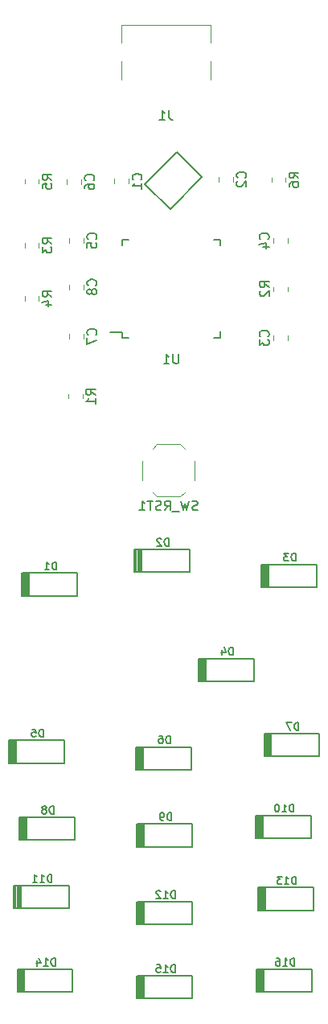
<source format=gbo>
%TF.GenerationSoftware,KiCad,Pcbnew,(5.1.9)-1*%
%TF.CreationDate,2021-01-14T19:29:22+00:00*%
%TF.ProjectId,Nokia_3310_Controller,4e6f6b69-615f-4333-9331-305f436f6e74,rev?*%
%TF.SameCoordinates,Original*%
%TF.FileFunction,Legend,Bot*%
%TF.FilePolarity,Positive*%
%FSLAX46Y46*%
G04 Gerber Fmt 4.6, Leading zero omitted, Abs format (unit mm)*
G04 Created by KiCad (PCBNEW (5.1.9)-1) date 2021-01-14 19:29:22*
%MOMM*%
%LPD*%
G01*
G04 APERTURE LIST*
%ADD10C,0.120000*%
%ADD11C,0.200000*%
%ADD12C,0.150000*%
G04 APERTURE END LIST*
D10*
%TO.C,SW_RST1*%
X154550000Y-101150000D02*
X157050000Y-101150000D01*
X153050000Y-99400000D02*
X153050000Y-97400000D01*
X154550000Y-95650000D02*
X157050000Y-95650000D01*
X158550000Y-99400000D02*
X158550000Y-97400000D01*
X154100000Y-100700000D02*
X154550000Y-101150000D01*
X157500000Y-100700000D02*
X157050000Y-101150000D01*
X157500000Y-96100000D02*
X157050000Y-95650000D01*
X154100000Y-96100000D02*
X154550000Y-95650000D01*
%TO.C,R6*%
X168135000Y-68027064D02*
X168135000Y-67572936D01*
X166665000Y-68027064D02*
X166665000Y-67572936D01*
%TO.C,R5*%
X142135000Y-68227064D02*
X142135000Y-67772936D01*
X140665000Y-68227064D02*
X140665000Y-67772936D01*
%TO.C,C1*%
X150115000Y-68223752D02*
X150115000Y-67701248D01*
X151585000Y-68223752D02*
X151585000Y-67701248D01*
%TO.C,C2*%
X162585000Y-68011252D02*
X162585000Y-67488748D01*
X161115000Y-68011252D02*
X161115000Y-67488748D01*
%TO.C,C3*%
X168335000Y-84201248D02*
X168335000Y-84723752D01*
X166865000Y-84201248D02*
X166865000Y-84723752D01*
%TO.C,C4*%
X166865000Y-73951248D02*
X166865000Y-74473752D01*
X168335000Y-73951248D02*
X168335000Y-74473752D01*
%TO.C,C5*%
X145365000Y-74473752D02*
X145365000Y-73951248D01*
X146835000Y-74473752D02*
X146835000Y-73951248D01*
%TO.C,C6*%
X146585000Y-68298752D02*
X146585000Y-67776248D01*
X145115000Y-68298752D02*
X145115000Y-67776248D01*
%TO.C,C7*%
X145365000Y-84548752D02*
X145365000Y-84026248D01*
X146835000Y-84548752D02*
X146835000Y-84026248D01*
%TO.C,C8*%
X146835000Y-79353751D02*
X146835000Y-78831247D01*
X145365000Y-79353751D02*
X145365000Y-78831247D01*
D11*
%TO.C,D1*%
X141125000Y-111600000D02*
X141125000Y-109200000D01*
X140950000Y-111600000D02*
X140950000Y-109200000D01*
X140775000Y-111600000D02*
X140775000Y-109200000D01*
X140375000Y-109200000D02*
X140375000Y-111600000D01*
X140600000Y-111600000D02*
X140600000Y-109200000D01*
X140475000Y-111600000D02*
X140475000Y-109200000D01*
X140400000Y-111600000D02*
X146200000Y-111600000D01*
X146200000Y-111600000D02*
X146200000Y-109200000D01*
X146200000Y-109200000D02*
X140400000Y-109200000D01*
%TO.C,D2*%
X158000000Y-106700000D02*
X152200000Y-106700000D01*
X158000000Y-109100000D02*
X158000000Y-106700000D01*
X152200000Y-109100000D02*
X158000000Y-109100000D01*
X152275000Y-109100000D02*
X152275000Y-106700000D01*
X152400000Y-109100000D02*
X152400000Y-106700000D01*
X152175000Y-106700000D02*
X152175000Y-109100000D01*
X152575000Y-109100000D02*
X152575000Y-106700000D01*
X152750000Y-109100000D02*
X152750000Y-106700000D01*
X152925000Y-109100000D02*
X152925000Y-106700000D01*
%TO.C,D3*%
X166325000Y-110700000D02*
X166325000Y-108300000D01*
X166150000Y-110700000D02*
X166150000Y-108300000D01*
X165975000Y-110700000D02*
X165975000Y-108300000D01*
X165575000Y-108300000D02*
X165575000Y-110700000D01*
X165800000Y-110700000D02*
X165800000Y-108300000D01*
X165675000Y-110700000D02*
X165675000Y-108300000D01*
X165600000Y-110700000D02*
X171400000Y-110700000D01*
X171400000Y-110700000D02*
X171400000Y-108300000D01*
X171400000Y-108300000D02*
X165600000Y-108300000D01*
%TO.C,D4*%
X164800000Y-118200000D02*
X159000000Y-118200000D01*
X164800000Y-120600000D02*
X164800000Y-118200000D01*
X159000000Y-120600000D02*
X164800000Y-120600000D01*
X159075000Y-120600000D02*
X159075000Y-118200000D01*
X159200000Y-120600000D02*
X159200000Y-118200000D01*
X158975000Y-118200000D02*
X158975000Y-120600000D01*
X159375000Y-120600000D02*
X159375000Y-118200000D01*
X159550000Y-120600000D02*
X159550000Y-118200000D01*
X159725000Y-120600000D02*
X159725000Y-118200000D01*
%TO.C,D5*%
X139725000Y-129200000D02*
X139725000Y-126800000D01*
X139550000Y-129200000D02*
X139550000Y-126800000D01*
X139375000Y-129200000D02*
X139375000Y-126800000D01*
X138975000Y-126800000D02*
X138975000Y-129200000D01*
X139200000Y-129200000D02*
X139200000Y-126800000D01*
X139075000Y-129200000D02*
X139075000Y-126800000D01*
X139000000Y-129200000D02*
X144800000Y-129200000D01*
X144800000Y-129200000D02*
X144800000Y-126800000D01*
X144800000Y-126800000D02*
X139000000Y-126800000D01*
%TO.C,D6*%
X158200000Y-127500000D02*
X152400000Y-127500000D01*
X158200000Y-129900000D02*
X158200000Y-127500000D01*
X152400000Y-129900000D02*
X158200000Y-129900000D01*
X152475000Y-129900000D02*
X152475000Y-127500000D01*
X152600000Y-129900000D02*
X152600000Y-127500000D01*
X152375000Y-127500000D02*
X152375000Y-129900000D01*
X152775000Y-129900000D02*
X152775000Y-127500000D01*
X152950000Y-129900000D02*
X152950000Y-127500000D01*
X153125000Y-129900000D02*
X153125000Y-127500000D01*
%TO.C,D7*%
X166625000Y-128500000D02*
X166625000Y-126100000D01*
X166450000Y-128500000D02*
X166450000Y-126100000D01*
X166275000Y-128500000D02*
X166275000Y-126100000D01*
X165875000Y-126100000D02*
X165875000Y-128500000D01*
X166100000Y-128500000D02*
X166100000Y-126100000D01*
X165975000Y-128500000D02*
X165975000Y-126100000D01*
X165900000Y-128500000D02*
X171700000Y-128500000D01*
X171700000Y-128500000D02*
X171700000Y-126100000D01*
X171700000Y-126100000D02*
X165900000Y-126100000D01*
%TO.C,D8*%
X145900000Y-134900000D02*
X140100000Y-134900000D01*
X145900000Y-137300000D02*
X145900000Y-134900000D01*
X140100000Y-137300000D02*
X145900000Y-137300000D01*
X140175000Y-137300000D02*
X140175000Y-134900000D01*
X140300000Y-137300000D02*
X140300000Y-134900000D01*
X140075000Y-134900000D02*
X140075000Y-137300000D01*
X140475000Y-137300000D02*
X140475000Y-134900000D01*
X140650000Y-137300000D02*
X140650000Y-134900000D01*
X140825000Y-137300000D02*
X140825000Y-134900000D01*
%TO.C,D9*%
X153225000Y-138000000D02*
X153225000Y-135600000D01*
X153050000Y-138000000D02*
X153050000Y-135600000D01*
X152875000Y-138000000D02*
X152875000Y-135600000D01*
X152475000Y-135600000D02*
X152475000Y-138000000D01*
X152700000Y-138000000D02*
X152700000Y-135600000D01*
X152575000Y-138000000D02*
X152575000Y-135600000D01*
X152500000Y-138000000D02*
X158300000Y-138000000D01*
X158300000Y-138000000D02*
X158300000Y-135600000D01*
X158300000Y-135600000D02*
X152500000Y-135600000D01*
%TO.C,D10*%
X170800000Y-134700000D02*
X165000000Y-134700000D01*
X170800000Y-137100000D02*
X170800000Y-134700000D01*
X165000000Y-137100000D02*
X170800000Y-137100000D01*
X165075000Y-137100000D02*
X165075000Y-134700000D01*
X165200000Y-137100000D02*
X165200000Y-134700000D01*
X164975000Y-134700000D02*
X164975000Y-137100000D01*
X165375000Y-137100000D02*
X165375000Y-134700000D01*
X165550000Y-137100000D02*
X165550000Y-134700000D01*
X165725000Y-137100000D02*
X165725000Y-134700000D01*
%TO.C,D11*%
X145300000Y-142100000D02*
X139500000Y-142100000D01*
X145300000Y-144500000D02*
X145300000Y-142100000D01*
X139500000Y-144500000D02*
X145300000Y-144500000D01*
X139575000Y-144500000D02*
X139575000Y-142100000D01*
X139700000Y-144500000D02*
X139700000Y-142100000D01*
X139475000Y-142100000D02*
X139475000Y-144500000D01*
X139875000Y-144500000D02*
X139875000Y-142100000D01*
X140050000Y-144500000D02*
X140050000Y-142100000D01*
X140225000Y-144500000D02*
X140225000Y-142100000D01*
%TO.C,D12*%
X153225000Y-146200000D02*
X153225000Y-143800000D01*
X153050000Y-146200000D02*
X153050000Y-143800000D01*
X152875000Y-146200000D02*
X152875000Y-143800000D01*
X152475000Y-143800000D02*
X152475000Y-146200000D01*
X152700000Y-146200000D02*
X152700000Y-143800000D01*
X152575000Y-146200000D02*
X152575000Y-143800000D01*
X152500000Y-146200000D02*
X158300000Y-146200000D01*
X158300000Y-146200000D02*
X158300000Y-143800000D01*
X158300000Y-143800000D02*
X152500000Y-143800000D01*
%TO.C,D13*%
X171050000Y-142300000D02*
X165250000Y-142300000D01*
X171050000Y-144700000D02*
X171050000Y-142300000D01*
X165250000Y-144700000D02*
X171050000Y-144700000D01*
X165325000Y-144700000D02*
X165325000Y-142300000D01*
X165450000Y-144700000D02*
X165450000Y-142300000D01*
X165225000Y-142300000D02*
X165225000Y-144700000D01*
X165625000Y-144700000D02*
X165625000Y-142300000D01*
X165800000Y-144700000D02*
X165800000Y-142300000D01*
X165975000Y-144700000D02*
X165975000Y-142300000D01*
%TO.C,D14*%
X140625000Y-153300000D02*
X140625000Y-150900000D01*
X140450000Y-153300000D02*
X140450000Y-150900000D01*
X140275000Y-153300000D02*
X140275000Y-150900000D01*
X139875000Y-150900000D02*
X139875000Y-153300000D01*
X140100000Y-153300000D02*
X140100000Y-150900000D01*
X139975000Y-153300000D02*
X139975000Y-150900000D01*
X139900000Y-153300000D02*
X145700000Y-153300000D01*
X145700000Y-153300000D02*
X145700000Y-150900000D01*
X145700000Y-150900000D02*
X139900000Y-150900000D01*
%TO.C,D15*%
X158300000Y-151600000D02*
X152500000Y-151600000D01*
X158300000Y-154000000D02*
X158300000Y-151600000D01*
X152500000Y-154000000D02*
X158300000Y-154000000D01*
X152575000Y-154000000D02*
X152575000Y-151600000D01*
X152700000Y-154000000D02*
X152700000Y-151600000D01*
X152475000Y-151600000D02*
X152475000Y-154000000D01*
X152875000Y-154000000D02*
X152875000Y-151600000D01*
X153050000Y-154000000D02*
X153050000Y-151600000D01*
X153225000Y-154000000D02*
X153225000Y-151600000D01*
%TO.C,D16*%
X165825000Y-153300000D02*
X165825000Y-150900000D01*
X165650000Y-153300000D02*
X165650000Y-150900000D01*
X165475000Y-153300000D02*
X165475000Y-150900000D01*
X165075000Y-150900000D02*
X165075000Y-153300000D01*
X165300000Y-153300000D02*
X165300000Y-150900000D01*
X165175000Y-153300000D02*
X165175000Y-150900000D01*
X165100000Y-153300000D02*
X170900000Y-153300000D01*
X170900000Y-153300000D02*
X170900000Y-150900000D01*
X170900000Y-150900000D02*
X165100000Y-150900000D01*
D10*
%TO.C,R1*%
X145265000Y-90832063D02*
X145265000Y-90377935D01*
X146735000Y-90832063D02*
X146735000Y-90377935D01*
%TO.C,R2*%
X166865000Y-79072936D02*
X166865000Y-79527064D01*
X168335000Y-79072936D02*
X168335000Y-79527064D01*
%TO.C,R3*%
X140665000Y-74927064D02*
X140665000Y-74472936D01*
X142135000Y-74927064D02*
X142135000Y-74472936D01*
%TO.C,R4*%
X140665000Y-80527064D02*
X140665000Y-80072936D01*
X142135000Y-80527064D02*
X142135000Y-80072936D01*
D12*
%TO.C,U1*%
X150925000Y-83850000D02*
X149650000Y-83850000D01*
X161275000Y-84425000D02*
X160600000Y-84425000D01*
X161275000Y-74075000D02*
X160600000Y-74075000D01*
X150925000Y-74075000D02*
X151600000Y-74075000D01*
X150925000Y-84425000D02*
X151600000Y-84425000D01*
X150925000Y-74075000D02*
X150925000Y-74750000D01*
X161275000Y-74075000D02*
X161275000Y-74750000D01*
X161275000Y-84425000D02*
X161275000Y-83750000D01*
X150925000Y-84425000D02*
X150925000Y-83850000D01*
D11*
%TO.C,X1*%
X156665685Y-64901293D02*
X153306928Y-68260050D01*
X159317336Y-67552944D02*
X156665685Y-64901293D01*
X155958579Y-70911701D02*
X159317336Y-67552944D01*
X153306928Y-68260050D02*
X155958579Y-70911701D01*
D10*
%TO.C,J1*%
X150800000Y-51500000D02*
X160200000Y-51500000D01*
X160200000Y-57300000D02*
X160200000Y-55300000D01*
X160200000Y-53400000D02*
X160200000Y-51500000D01*
X150800000Y-57300000D02*
X150800000Y-55300000D01*
X150800000Y-53400000D02*
X150800000Y-51500000D01*
%TO.C,SW_RST1*%
D12*
X158871428Y-102554761D02*
X158728571Y-102602380D01*
X158490476Y-102602380D01*
X158395238Y-102554761D01*
X158347619Y-102507142D01*
X158300000Y-102411904D01*
X158300000Y-102316666D01*
X158347619Y-102221428D01*
X158395238Y-102173809D01*
X158490476Y-102126190D01*
X158680952Y-102078571D01*
X158776190Y-102030952D01*
X158823809Y-101983333D01*
X158871428Y-101888095D01*
X158871428Y-101792857D01*
X158823809Y-101697619D01*
X158776190Y-101650000D01*
X158680952Y-101602380D01*
X158442857Y-101602380D01*
X158300000Y-101650000D01*
X157966666Y-101602380D02*
X157728571Y-102602380D01*
X157538095Y-101888095D01*
X157347619Y-102602380D01*
X157109523Y-101602380D01*
X156966666Y-102697619D02*
X156204761Y-102697619D01*
X155395238Y-102602380D02*
X155728571Y-102126190D01*
X155966666Y-102602380D02*
X155966666Y-101602380D01*
X155585714Y-101602380D01*
X155490476Y-101650000D01*
X155442857Y-101697619D01*
X155395238Y-101792857D01*
X155395238Y-101935714D01*
X155442857Y-102030952D01*
X155490476Y-102078571D01*
X155585714Y-102126190D01*
X155966666Y-102126190D01*
X155014285Y-102554761D02*
X154871428Y-102602380D01*
X154633333Y-102602380D01*
X154538095Y-102554761D01*
X154490476Y-102507142D01*
X154442857Y-102411904D01*
X154442857Y-102316666D01*
X154490476Y-102221428D01*
X154538095Y-102173809D01*
X154633333Y-102126190D01*
X154823809Y-102078571D01*
X154919047Y-102030952D01*
X154966666Y-101983333D01*
X155014285Y-101888095D01*
X155014285Y-101792857D01*
X154966666Y-101697619D01*
X154919047Y-101650000D01*
X154823809Y-101602380D01*
X154585714Y-101602380D01*
X154442857Y-101650000D01*
X154157142Y-101602380D02*
X153585714Y-101602380D01*
X153871428Y-102602380D02*
X153871428Y-101602380D01*
X152728571Y-102602380D02*
X153300000Y-102602380D01*
X153014285Y-102602380D02*
X153014285Y-101602380D01*
X153109523Y-101745238D01*
X153204761Y-101840476D01*
X153300000Y-101888095D01*
%TO.C,R6*%
X169502380Y-67633333D02*
X169026190Y-67300000D01*
X169502380Y-67061904D02*
X168502380Y-67061904D01*
X168502380Y-67442857D01*
X168550000Y-67538095D01*
X168597619Y-67585714D01*
X168692857Y-67633333D01*
X168835714Y-67633333D01*
X168930952Y-67585714D01*
X168978571Y-67538095D01*
X169026190Y-67442857D01*
X169026190Y-67061904D01*
X168502380Y-68490476D02*
X168502380Y-68300000D01*
X168550000Y-68204761D01*
X168597619Y-68157142D01*
X168740476Y-68061904D01*
X168930952Y-68014285D01*
X169311904Y-68014285D01*
X169407142Y-68061904D01*
X169454761Y-68109523D01*
X169502380Y-68204761D01*
X169502380Y-68395238D01*
X169454761Y-68490476D01*
X169407142Y-68538095D01*
X169311904Y-68585714D01*
X169073809Y-68585714D01*
X168978571Y-68538095D01*
X168930952Y-68490476D01*
X168883333Y-68395238D01*
X168883333Y-68204761D01*
X168930952Y-68109523D01*
X168978571Y-68061904D01*
X169073809Y-68014285D01*
%TO.C,R5*%
X143502380Y-67833333D02*
X143026190Y-67500000D01*
X143502380Y-67261904D02*
X142502380Y-67261904D01*
X142502380Y-67642857D01*
X142550000Y-67738095D01*
X142597619Y-67785714D01*
X142692857Y-67833333D01*
X142835714Y-67833333D01*
X142930952Y-67785714D01*
X142978571Y-67738095D01*
X143026190Y-67642857D01*
X143026190Y-67261904D01*
X142502380Y-68738095D02*
X142502380Y-68261904D01*
X142978571Y-68214285D01*
X142930952Y-68261904D01*
X142883333Y-68357142D01*
X142883333Y-68595238D01*
X142930952Y-68690476D01*
X142978571Y-68738095D01*
X143073809Y-68785714D01*
X143311904Y-68785714D01*
X143407142Y-68738095D01*
X143454761Y-68690476D01*
X143502380Y-68595238D01*
X143502380Y-68357142D01*
X143454761Y-68261904D01*
X143407142Y-68214285D01*
%TO.C,C1*%
X152887142Y-67795833D02*
X152934761Y-67748214D01*
X152982380Y-67605357D01*
X152982380Y-67510119D01*
X152934761Y-67367261D01*
X152839523Y-67272023D01*
X152744285Y-67224404D01*
X152553809Y-67176785D01*
X152410952Y-67176785D01*
X152220476Y-67224404D01*
X152125238Y-67272023D01*
X152030000Y-67367261D01*
X151982380Y-67510119D01*
X151982380Y-67605357D01*
X152030000Y-67748214D01*
X152077619Y-67795833D01*
X152982380Y-68748214D02*
X152982380Y-68176785D01*
X152982380Y-68462500D02*
X151982380Y-68462500D01*
X152125238Y-68367261D01*
X152220476Y-68272023D01*
X152268095Y-68176785D01*
%TO.C,C2*%
X163887142Y-67583333D02*
X163934761Y-67535714D01*
X163982380Y-67392857D01*
X163982380Y-67297619D01*
X163934761Y-67154761D01*
X163839523Y-67059523D01*
X163744285Y-67011904D01*
X163553809Y-66964285D01*
X163410952Y-66964285D01*
X163220476Y-67011904D01*
X163125238Y-67059523D01*
X163030000Y-67154761D01*
X162982380Y-67297619D01*
X162982380Y-67392857D01*
X163030000Y-67535714D01*
X163077619Y-67583333D01*
X163077619Y-67964285D02*
X163030000Y-68011904D01*
X162982380Y-68107142D01*
X162982380Y-68345238D01*
X163030000Y-68440476D01*
X163077619Y-68488095D01*
X163172857Y-68535714D01*
X163268095Y-68535714D01*
X163410952Y-68488095D01*
X163982380Y-67916666D01*
X163982380Y-68535714D01*
%TO.C,C3*%
X166277142Y-84295833D02*
X166324761Y-84248214D01*
X166372380Y-84105357D01*
X166372380Y-84010119D01*
X166324761Y-83867261D01*
X166229523Y-83772023D01*
X166134285Y-83724404D01*
X165943809Y-83676785D01*
X165800952Y-83676785D01*
X165610476Y-83724404D01*
X165515238Y-83772023D01*
X165420000Y-83867261D01*
X165372380Y-84010119D01*
X165372380Y-84105357D01*
X165420000Y-84248214D01*
X165467619Y-84295833D01*
X165372380Y-84629166D02*
X165372380Y-85248214D01*
X165753333Y-84914880D01*
X165753333Y-85057738D01*
X165800952Y-85152976D01*
X165848571Y-85200595D01*
X165943809Y-85248214D01*
X166181904Y-85248214D01*
X166277142Y-85200595D01*
X166324761Y-85152976D01*
X166372380Y-85057738D01*
X166372380Y-84772023D01*
X166324761Y-84676785D01*
X166277142Y-84629166D01*
%TO.C,C4*%
X166277142Y-74045833D02*
X166324761Y-73998214D01*
X166372380Y-73855357D01*
X166372380Y-73760119D01*
X166324761Y-73617261D01*
X166229523Y-73522023D01*
X166134285Y-73474404D01*
X165943809Y-73426785D01*
X165800952Y-73426785D01*
X165610476Y-73474404D01*
X165515238Y-73522023D01*
X165420000Y-73617261D01*
X165372380Y-73760119D01*
X165372380Y-73855357D01*
X165420000Y-73998214D01*
X165467619Y-74045833D01*
X165705714Y-74902976D02*
X166372380Y-74902976D01*
X165324761Y-74664880D02*
X166039047Y-74426785D01*
X166039047Y-75045833D01*
%TO.C,C5*%
X148137142Y-74045833D02*
X148184761Y-73998214D01*
X148232380Y-73855357D01*
X148232380Y-73760119D01*
X148184761Y-73617261D01*
X148089523Y-73522023D01*
X147994285Y-73474404D01*
X147803809Y-73426785D01*
X147660952Y-73426785D01*
X147470476Y-73474404D01*
X147375238Y-73522023D01*
X147280000Y-73617261D01*
X147232380Y-73760119D01*
X147232380Y-73855357D01*
X147280000Y-73998214D01*
X147327619Y-74045833D01*
X147232380Y-74950595D02*
X147232380Y-74474404D01*
X147708571Y-74426785D01*
X147660952Y-74474404D01*
X147613333Y-74569642D01*
X147613333Y-74807738D01*
X147660952Y-74902976D01*
X147708571Y-74950595D01*
X147803809Y-74998214D01*
X148041904Y-74998214D01*
X148137142Y-74950595D01*
X148184761Y-74902976D01*
X148232380Y-74807738D01*
X148232380Y-74569642D01*
X148184761Y-74474404D01*
X148137142Y-74426785D01*
%TO.C,C6*%
X147887142Y-67870833D02*
X147934761Y-67823214D01*
X147982380Y-67680357D01*
X147982380Y-67585119D01*
X147934761Y-67442261D01*
X147839523Y-67347023D01*
X147744285Y-67299404D01*
X147553809Y-67251785D01*
X147410952Y-67251785D01*
X147220476Y-67299404D01*
X147125238Y-67347023D01*
X147030000Y-67442261D01*
X146982380Y-67585119D01*
X146982380Y-67680357D01*
X147030000Y-67823214D01*
X147077619Y-67870833D01*
X146982380Y-68727976D02*
X146982380Y-68537500D01*
X147030000Y-68442261D01*
X147077619Y-68394642D01*
X147220476Y-68299404D01*
X147410952Y-68251785D01*
X147791904Y-68251785D01*
X147887142Y-68299404D01*
X147934761Y-68347023D01*
X147982380Y-68442261D01*
X147982380Y-68632738D01*
X147934761Y-68727976D01*
X147887142Y-68775595D01*
X147791904Y-68823214D01*
X147553809Y-68823214D01*
X147458571Y-68775595D01*
X147410952Y-68727976D01*
X147363333Y-68632738D01*
X147363333Y-68442261D01*
X147410952Y-68347023D01*
X147458571Y-68299404D01*
X147553809Y-68251785D01*
%TO.C,C7*%
X148137142Y-84120833D02*
X148184761Y-84073214D01*
X148232380Y-83930357D01*
X148232380Y-83835119D01*
X148184761Y-83692261D01*
X148089523Y-83597023D01*
X147994285Y-83549404D01*
X147803809Y-83501785D01*
X147660952Y-83501785D01*
X147470476Y-83549404D01*
X147375238Y-83597023D01*
X147280000Y-83692261D01*
X147232380Y-83835119D01*
X147232380Y-83930357D01*
X147280000Y-84073214D01*
X147327619Y-84120833D01*
X147232380Y-84454166D02*
X147232380Y-85120833D01*
X148232380Y-84692261D01*
%TO.C,C8*%
X148137142Y-78925832D02*
X148184761Y-78878213D01*
X148232380Y-78735356D01*
X148232380Y-78640118D01*
X148184761Y-78497260D01*
X148089523Y-78402022D01*
X147994285Y-78354403D01*
X147803809Y-78306784D01*
X147660952Y-78306784D01*
X147470476Y-78354403D01*
X147375238Y-78402022D01*
X147280000Y-78497260D01*
X147232380Y-78640118D01*
X147232380Y-78735356D01*
X147280000Y-78878213D01*
X147327619Y-78925832D01*
X147660952Y-79497260D02*
X147613333Y-79402022D01*
X147565714Y-79354403D01*
X147470476Y-79306784D01*
X147422857Y-79306784D01*
X147327619Y-79354403D01*
X147280000Y-79402022D01*
X147232380Y-79497260D01*
X147232380Y-79687737D01*
X147280000Y-79782975D01*
X147327619Y-79830594D01*
X147422857Y-79878213D01*
X147470476Y-79878213D01*
X147565714Y-79830594D01*
X147613333Y-79782975D01*
X147660952Y-79687737D01*
X147660952Y-79497260D01*
X147708571Y-79402022D01*
X147756190Y-79354403D01*
X147851428Y-79306784D01*
X148041904Y-79306784D01*
X148137142Y-79354403D01*
X148184761Y-79402022D01*
X148232380Y-79497260D01*
X148232380Y-79687737D01*
X148184761Y-79782975D01*
X148137142Y-79830594D01*
X148041904Y-79878213D01*
X147851428Y-79878213D01*
X147756190Y-79830594D01*
X147708571Y-79782975D01*
X147660952Y-79687737D01*
%TO.C,D1*%
X143990476Y-108836904D02*
X143990476Y-108036904D01*
X143800000Y-108036904D01*
X143685714Y-108075000D01*
X143609523Y-108151190D01*
X143571428Y-108227380D01*
X143533333Y-108379761D01*
X143533333Y-108494047D01*
X143571428Y-108646428D01*
X143609523Y-108722619D01*
X143685714Y-108798809D01*
X143800000Y-108836904D01*
X143990476Y-108836904D01*
X142771428Y-108836904D02*
X143228571Y-108836904D01*
X143000000Y-108836904D02*
X143000000Y-108036904D01*
X143076190Y-108151190D01*
X143152380Y-108227380D01*
X143228571Y-108265476D01*
%TO.C,D2*%
X155790476Y-106336904D02*
X155790476Y-105536904D01*
X155600000Y-105536904D01*
X155485714Y-105575000D01*
X155409523Y-105651190D01*
X155371428Y-105727380D01*
X155333333Y-105879761D01*
X155333333Y-105994047D01*
X155371428Y-106146428D01*
X155409523Y-106222619D01*
X155485714Y-106298809D01*
X155600000Y-106336904D01*
X155790476Y-106336904D01*
X155028571Y-105613095D02*
X154990476Y-105575000D01*
X154914285Y-105536904D01*
X154723809Y-105536904D01*
X154647619Y-105575000D01*
X154609523Y-105613095D01*
X154571428Y-105689285D01*
X154571428Y-105765476D01*
X154609523Y-105879761D01*
X155066666Y-106336904D01*
X154571428Y-106336904D01*
%TO.C,D3*%
X169190476Y-107936904D02*
X169190476Y-107136904D01*
X169000000Y-107136904D01*
X168885714Y-107175000D01*
X168809523Y-107251190D01*
X168771428Y-107327380D01*
X168733333Y-107479761D01*
X168733333Y-107594047D01*
X168771428Y-107746428D01*
X168809523Y-107822619D01*
X168885714Y-107898809D01*
X169000000Y-107936904D01*
X169190476Y-107936904D01*
X168466666Y-107136904D02*
X167971428Y-107136904D01*
X168238095Y-107441666D01*
X168123809Y-107441666D01*
X168047619Y-107479761D01*
X168009523Y-107517857D01*
X167971428Y-107594047D01*
X167971428Y-107784523D01*
X168009523Y-107860714D01*
X168047619Y-107898809D01*
X168123809Y-107936904D01*
X168352380Y-107936904D01*
X168428571Y-107898809D01*
X168466666Y-107860714D01*
%TO.C,D4*%
X162590476Y-117836904D02*
X162590476Y-117036904D01*
X162400000Y-117036904D01*
X162285714Y-117075000D01*
X162209523Y-117151190D01*
X162171428Y-117227380D01*
X162133333Y-117379761D01*
X162133333Y-117494047D01*
X162171428Y-117646428D01*
X162209523Y-117722619D01*
X162285714Y-117798809D01*
X162400000Y-117836904D01*
X162590476Y-117836904D01*
X161447619Y-117303571D02*
X161447619Y-117836904D01*
X161638095Y-116998809D02*
X161828571Y-117570238D01*
X161333333Y-117570238D01*
%TO.C,D5*%
X142590476Y-126436904D02*
X142590476Y-125636904D01*
X142400000Y-125636904D01*
X142285714Y-125675000D01*
X142209523Y-125751190D01*
X142171428Y-125827380D01*
X142133333Y-125979761D01*
X142133333Y-126094047D01*
X142171428Y-126246428D01*
X142209523Y-126322619D01*
X142285714Y-126398809D01*
X142400000Y-126436904D01*
X142590476Y-126436904D01*
X141409523Y-125636904D02*
X141790476Y-125636904D01*
X141828571Y-126017857D01*
X141790476Y-125979761D01*
X141714285Y-125941666D01*
X141523809Y-125941666D01*
X141447619Y-125979761D01*
X141409523Y-126017857D01*
X141371428Y-126094047D01*
X141371428Y-126284523D01*
X141409523Y-126360714D01*
X141447619Y-126398809D01*
X141523809Y-126436904D01*
X141714285Y-126436904D01*
X141790476Y-126398809D01*
X141828571Y-126360714D01*
%TO.C,D6*%
X155990476Y-127136904D02*
X155990476Y-126336904D01*
X155800000Y-126336904D01*
X155685714Y-126375000D01*
X155609523Y-126451190D01*
X155571428Y-126527380D01*
X155533333Y-126679761D01*
X155533333Y-126794047D01*
X155571428Y-126946428D01*
X155609523Y-127022619D01*
X155685714Y-127098809D01*
X155800000Y-127136904D01*
X155990476Y-127136904D01*
X154847619Y-126336904D02*
X155000000Y-126336904D01*
X155076190Y-126375000D01*
X155114285Y-126413095D01*
X155190476Y-126527380D01*
X155228571Y-126679761D01*
X155228571Y-126984523D01*
X155190476Y-127060714D01*
X155152380Y-127098809D01*
X155076190Y-127136904D01*
X154923809Y-127136904D01*
X154847619Y-127098809D01*
X154809523Y-127060714D01*
X154771428Y-126984523D01*
X154771428Y-126794047D01*
X154809523Y-126717857D01*
X154847619Y-126679761D01*
X154923809Y-126641666D01*
X155076190Y-126641666D01*
X155152380Y-126679761D01*
X155190476Y-126717857D01*
X155228571Y-126794047D01*
%TO.C,D7*%
X169490476Y-125736904D02*
X169490476Y-124936904D01*
X169300000Y-124936904D01*
X169185714Y-124975000D01*
X169109523Y-125051190D01*
X169071428Y-125127380D01*
X169033333Y-125279761D01*
X169033333Y-125394047D01*
X169071428Y-125546428D01*
X169109523Y-125622619D01*
X169185714Y-125698809D01*
X169300000Y-125736904D01*
X169490476Y-125736904D01*
X168766666Y-124936904D02*
X168233333Y-124936904D01*
X168576190Y-125736904D01*
%TO.C,D8*%
X143690476Y-134536904D02*
X143690476Y-133736904D01*
X143500000Y-133736904D01*
X143385714Y-133775000D01*
X143309523Y-133851190D01*
X143271428Y-133927380D01*
X143233333Y-134079761D01*
X143233333Y-134194047D01*
X143271428Y-134346428D01*
X143309523Y-134422619D01*
X143385714Y-134498809D01*
X143500000Y-134536904D01*
X143690476Y-134536904D01*
X142776190Y-134079761D02*
X142852380Y-134041666D01*
X142890476Y-134003571D01*
X142928571Y-133927380D01*
X142928571Y-133889285D01*
X142890476Y-133813095D01*
X142852380Y-133775000D01*
X142776190Y-133736904D01*
X142623809Y-133736904D01*
X142547619Y-133775000D01*
X142509523Y-133813095D01*
X142471428Y-133889285D01*
X142471428Y-133927380D01*
X142509523Y-134003571D01*
X142547619Y-134041666D01*
X142623809Y-134079761D01*
X142776190Y-134079761D01*
X142852380Y-134117857D01*
X142890476Y-134155952D01*
X142928571Y-134232142D01*
X142928571Y-134384523D01*
X142890476Y-134460714D01*
X142852380Y-134498809D01*
X142776190Y-134536904D01*
X142623809Y-134536904D01*
X142547619Y-134498809D01*
X142509523Y-134460714D01*
X142471428Y-134384523D01*
X142471428Y-134232142D01*
X142509523Y-134155952D01*
X142547619Y-134117857D01*
X142623809Y-134079761D01*
%TO.C,D9*%
X156090476Y-135236904D02*
X156090476Y-134436904D01*
X155900000Y-134436904D01*
X155785714Y-134475000D01*
X155709523Y-134551190D01*
X155671428Y-134627380D01*
X155633333Y-134779761D01*
X155633333Y-134894047D01*
X155671428Y-135046428D01*
X155709523Y-135122619D01*
X155785714Y-135198809D01*
X155900000Y-135236904D01*
X156090476Y-135236904D01*
X155252380Y-135236904D02*
X155100000Y-135236904D01*
X155023809Y-135198809D01*
X154985714Y-135160714D01*
X154909523Y-135046428D01*
X154871428Y-134894047D01*
X154871428Y-134589285D01*
X154909523Y-134513095D01*
X154947619Y-134475000D01*
X155023809Y-134436904D01*
X155176190Y-134436904D01*
X155252380Y-134475000D01*
X155290476Y-134513095D01*
X155328571Y-134589285D01*
X155328571Y-134779761D01*
X155290476Y-134855952D01*
X155252380Y-134894047D01*
X155176190Y-134932142D01*
X155023809Y-134932142D01*
X154947619Y-134894047D01*
X154909523Y-134855952D01*
X154871428Y-134779761D01*
%TO.C,D10*%
X168971428Y-134336904D02*
X168971428Y-133536904D01*
X168780952Y-133536904D01*
X168666666Y-133575000D01*
X168590476Y-133651190D01*
X168552380Y-133727380D01*
X168514285Y-133879761D01*
X168514285Y-133994047D01*
X168552380Y-134146428D01*
X168590476Y-134222619D01*
X168666666Y-134298809D01*
X168780952Y-134336904D01*
X168971428Y-134336904D01*
X167752380Y-134336904D02*
X168209523Y-134336904D01*
X167980952Y-134336904D02*
X167980952Y-133536904D01*
X168057142Y-133651190D01*
X168133333Y-133727380D01*
X168209523Y-133765476D01*
X167257142Y-133536904D02*
X167180952Y-133536904D01*
X167104761Y-133575000D01*
X167066666Y-133613095D01*
X167028571Y-133689285D01*
X166990476Y-133841666D01*
X166990476Y-134032142D01*
X167028571Y-134184523D01*
X167066666Y-134260714D01*
X167104761Y-134298809D01*
X167180952Y-134336904D01*
X167257142Y-134336904D01*
X167333333Y-134298809D01*
X167371428Y-134260714D01*
X167409523Y-134184523D01*
X167447619Y-134032142D01*
X167447619Y-133841666D01*
X167409523Y-133689285D01*
X167371428Y-133613095D01*
X167333333Y-133575000D01*
X167257142Y-133536904D01*
%TO.C,D11*%
X143471428Y-141736904D02*
X143471428Y-140936904D01*
X143280952Y-140936904D01*
X143166666Y-140975000D01*
X143090476Y-141051190D01*
X143052380Y-141127380D01*
X143014285Y-141279761D01*
X143014285Y-141394047D01*
X143052380Y-141546428D01*
X143090476Y-141622619D01*
X143166666Y-141698809D01*
X143280952Y-141736904D01*
X143471428Y-141736904D01*
X142252380Y-141736904D02*
X142709523Y-141736904D01*
X142480952Y-141736904D02*
X142480952Y-140936904D01*
X142557142Y-141051190D01*
X142633333Y-141127380D01*
X142709523Y-141165476D01*
X141490476Y-141736904D02*
X141947619Y-141736904D01*
X141719047Y-141736904D02*
X141719047Y-140936904D01*
X141795238Y-141051190D01*
X141871428Y-141127380D01*
X141947619Y-141165476D01*
%TO.C,D12*%
X156471428Y-143436904D02*
X156471428Y-142636904D01*
X156280952Y-142636904D01*
X156166666Y-142675000D01*
X156090476Y-142751190D01*
X156052380Y-142827380D01*
X156014285Y-142979761D01*
X156014285Y-143094047D01*
X156052380Y-143246428D01*
X156090476Y-143322619D01*
X156166666Y-143398809D01*
X156280952Y-143436904D01*
X156471428Y-143436904D01*
X155252380Y-143436904D02*
X155709523Y-143436904D01*
X155480952Y-143436904D02*
X155480952Y-142636904D01*
X155557142Y-142751190D01*
X155633333Y-142827380D01*
X155709523Y-142865476D01*
X154947619Y-142713095D02*
X154909523Y-142675000D01*
X154833333Y-142636904D01*
X154642857Y-142636904D01*
X154566666Y-142675000D01*
X154528571Y-142713095D01*
X154490476Y-142789285D01*
X154490476Y-142865476D01*
X154528571Y-142979761D01*
X154985714Y-143436904D01*
X154490476Y-143436904D01*
%TO.C,D13*%
X169221428Y-141936904D02*
X169221428Y-141136904D01*
X169030952Y-141136904D01*
X168916666Y-141175000D01*
X168840476Y-141251190D01*
X168802380Y-141327380D01*
X168764285Y-141479761D01*
X168764285Y-141594047D01*
X168802380Y-141746428D01*
X168840476Y-141822619D01*
X168916666Y-141898809D01*
X169030952Y-141936904D01*
X169221428Y-141936904D01*
X168002380Y-141936904D02*
X168459523Y-141936904D01*
X168230952Y-141936904D02*
X168230952Y-141136904D01*
X168307142Y-141251190D01*
X168383333Y-141327380D01*
X168459523Y-141365476D01*
X167735714Y-141136904D02*
X167240476Y-141136904D01*
X167507142Y-141441666D01*
X167392857Y-141441666D01*
X167316666Y-141479761D01*
X167278571Y-141517857D01*
X167240476Y-141594047D01*
X167240476Y-141784523D01*
X167278571Y-141860714D01*
X167316666Y-141898809D01*
X167392857Y-141936904D01*
X167621428Y-141936904D01*
X167697619Y-141898809D01*
X167735714Y-141860714D01*
%TO.C,D14*%
X143871428Y-150536904D02*
X143871428Y-149736904D01*
X143680952Y-149736904D01*
X143566666Y-149775000D01*
X143490476Y-149851190D01*
X143452380Y-149927380D01*
X143414285Y-150079761D01*
X143414285Y-150194047D01*
X143452380Y-150346428D01*
X143490476Y-150422619D01*
X143566666Y-150498809D01*
X143680952Y-150536904D01*
X143871428Y-150536904D01*
X142652380Y-150536904D02*
X143109523Y-150536904D01*
X142880952Y-150536904D02*
X142880952Y-149736904D01*
X142957142Y-149851190D01*
X143033333Y-149927380D01*
X143109523Y-149965476D01*
X141966666Y-150003571D02*
X141966666Y-150536904D01*
X142157142Y-149698809D02*
X142347619Y-150270238D01*
X141852380Y-150270238D01*
%TO.C,D15*%
X156471428Y-151236904D02*
X156471428Y-150436904D01*
X156280952Y-150436904D01*
X156166666Y-150475000D01*
X156090476Y-150551190D01*
X156052380Y-150627380D01*
X156014285Y-150779761D01*
X156014285Y-150894047D01*
X156052380Y-151046428D01*
X156090476Y-151122619D01*
X156166666Y-151198809D01*
X156280952Y-151236904D01*
X156471428Y-151236904D01*
X155252380Y-151236904D02*
X155709523Y-151236904D01*
X155480952Y-151236904D02*
X155480952Y-150436904D01*
X155557142Y-150551190D01*
X155633333Y-150627380D01*
X155709523Y-150665476D01*
X154528571Y-150436904D02*
X154909523Y-150436904D01*
X154947619Y-150817857D01*
X154909523Y-150779761D01*
X154833333Y-150741666D01*
X154642857Y-150741666D01*
X154566666Y-150779761D01*
X154528571Y-150817857D01*
X154490476Y-150894047D01*
X154490476Y-151084523D01*
X154528571Y-151160714D01*
X154566666Y-151198809D01*
X154642857Y-151236904D01*
X154833333Y-151236904D01*
X154909523Y-151198809D01*
X154947619Y-151160714D01*
%TO.C,D16*%
X169071428Y-150536904D02*
X169071428Y-149736904D01*
X168880952Y-149736904D01*
X168766666Y-149775000D01*
X168690476Y-149851190D01*
X168652380Y-149927380D01*
X168614285Y-150079761D01*
X168614285Y-150194047D01*
X168652380Y-150346428D01*
X168690476Y-150422619D01*
X168766666Y-150498809D01*
X168880952Y-150536904D01*
X169071428Y-150536904D01*
X167852380Y-150536904D02*
X168309523Y-150536904D01*
X168080952Y-150536904D02*
X168080952Y-149736904D01*
X168157142Y-149851190D01*
X168233333Y-149927380D01*
X168309523Y-149965476D01*
X167166666Y-149736904D02*
X167319047Y-149736904D01*
X167395238Y-149775000D01*
X167433333Y-149813095D01*
X167509523Y-149927380D01*
X167547619Y-150079761D01*
X167547619Y-150384523D01*
X167509523Y-150460714D01*
X167471428Y-150498809D01*
X167395238Y-150536904D01*
X167242857Y-150536904D01*
X167166666Y-150498809D01*
X167128571Y-150460714D01*
X167090476Y-150384523D01*
X167090476Y-150194047D01*
X167128571Y-150117857D01*
X167166666Y-150079761D01*
X167242857Y-150041666D01*
X167395238Y-150041666D01*
X167471428Y-150079761D01*
X167509523Y-150117857D01*
X167547619Y-150194047D01*
%TO.C,R1*%
X148102380Y-90438332D02*
X147626190Y-90104999D01*
X148102380Y-89866903D02*
X147102380Y-89866903D01*
X147102380Y-90247856D01*
X147150000Y-90343094D01*
X147197619Y-90390713D01*
X147292857Y-90438332D01*
X147435714Y-90438332D01*
X147530952Y-90390713D01*
X147578571Y-90343094D01*
X147626190Y-90247856D01*
X147626190Y-89866903D01*
X148102380Y-91390713D02*
X148102380Y-90819284D01*
X148102380Y-91104999D02*
X147102380Y-91104999D01*
X147245238Y-91009760D01*
X147340476Y-90914522D01*
X147388095Y-90819284D01*
%TO.C,R2*%
X166402380Y-79133333D02*
X165926190Y-78800000D01*
X166402380Y-78561904D02*
X165402380Y-78561904D01*
X165402380Y-78942857D01*
X165450000Y-79038095D01*
X165497619Y-79085714D01*
X165592857Y-79133333D01*
X165735714Y-79133333D01*
X165830952Y-79085714D01*
X165878571Y-79038095D01*
X165926190Y-78942857D01*
X165926190Y-78561904D01*
X165497619Y-79514285D02*
X165450000Y-79561904D01*
X165402380Y-79657142D01*
X165402380Y-79895238D01*
X165450000Y-79990476D01*
X165497619Y-80038095D01*
X165592857Y-80085714D01*
X165688095Y-80085714D01*
X165830952Y-80038095D01*
X166402380Y-79466666D01*
X166402380Y-80085714D01*
%TO.C,R3*%
X143502380Y-74533333D02*
X143026190Y-74200000D01*
X143502380Y-73961904D02*
X142502380Y-73961904D01*
X142502380Y-74342857D01*
X142550000Y-74438095D01*
X142597619Y-74485714D01*
X142692857Y-74533333D01*
X142835714Y-74533333D01*
X142930952Y-74485714D01*
X142978571Y-74438095D01*
X143026190Y-74342857D01*
X143026190Y-73961904D01*
X142502380Y-74866666D02*
X142502380Y-75485714D01*
X142883333Y-75152380D01*
X142883333Y-75295238D01*
X142930952Y-75390476D01*
X142978571Y-75438095D01*
X143073809Y-75485714D01*
X143311904Y-75485714D01*
X143407142Y-75438095D01*
X143454761Y-75390476D01*
X143502380Y-75295238D01*
X143502380Y-75009523D01*
X143454761Y-74914285D01*
X143407142Y-74866666D01*
%TO.C,R4*%
X143502380Y-80133333D02*
X143026190Y-79800000D01*
X143502380Y-79561904D02*
X142502380Y-79561904D01*
X142502380Y-79942857D01*
X142550000Y-80038095D01*
X142597619Y-80085714D01*
X142692857Y-80133333D01*
X142835714Y-80133333D01*
X142930952Y-80085714D01*
X142978571Y-80038095D01*
X143026190Y-79942857D01*
X143026190Y-79561904D01*
X142835714Y-80990476D02*
X143502380Y-80990476D01*
X142454761Y-80752380D02*
X143169047Y-80514285D01*
X143169047Y-81133333D01*
%TO.C,U1*%
X156861904Y-86152380D02*
X156861904Y-86961904D01*
X156814285Y-87057142D01*
X156766666Y-87104761D01*
X156671428Y-87152380D01*
X156480952Y-87152380D01*
X156385714Y-87104761D01*
X156338095Y-87057142D01*
X156290476Y-86961904D01*
X156290476Y-86152380D01*
X155290476Y-87152380D02*
X155861904Y-87152380D01*
X155576190Y-87152380D02*
X155576190Y-86152380D01*
X155671428Y-86295238D01*
X155766666Y-86390476D01*
X155861904Y-86438095D01*
%TO.C,J1*%
X155833333Y-60497380D02*
X155833333Y-61211666D01*
X155880952Y-61354523D01*
X155976190Y-61449761D01*
X156119047Y-61497380D01*
X156214285Y-61497380D01*
X154833333Y-61497380D02*
X155404761Y-61497380D01*
X155119047Y-61497380D02*
X155119047Y-60497380D01*
X155214285Y-60640238D01*
X155309523Y-60735476D01*
X155404761Y-60783095D01*
%TD*%
M02*

</source>
